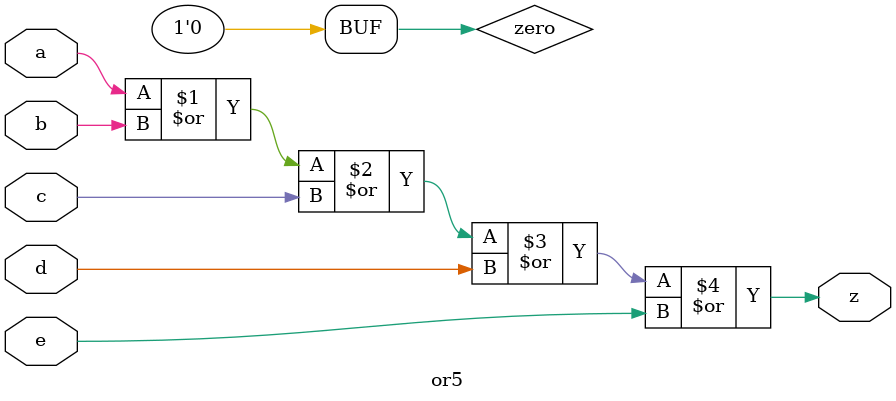
<source format=v>
/* verilator lint_off LITENDIAN */
`include "defs.v"

module or5
(
	output z,
	input a,
	input b,
	input c,
	input d,
	input e
);
wire zero;

// DUPLO.NET (606) - zero : tie0
assign zero = 1'b0;

// DUPLO.NET (607) - gate : or6
assign z = a | b | c | d | e | zero;
endmodule
/* verilator lint_on LITENDIAN */

</source>
